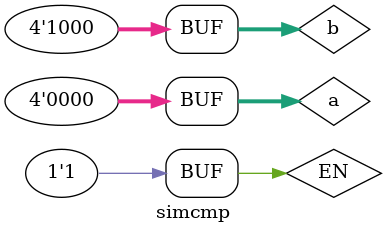
<source format=v>
`timescale 1ns / 1ps


module simcmp( );
reg [3:0]a,b;
reg EN;
wire[4:0]result;
    compare u_compare(.a(a),.b(b),.result(result),.EN(EN));
    initial begin
    EN=1;
    end
    always begin
    a=0000;b=0000;#100;
    a=1000;b=0000;#100;
    a=0000;b=1000;#100;
    end
endmodule

</source>
